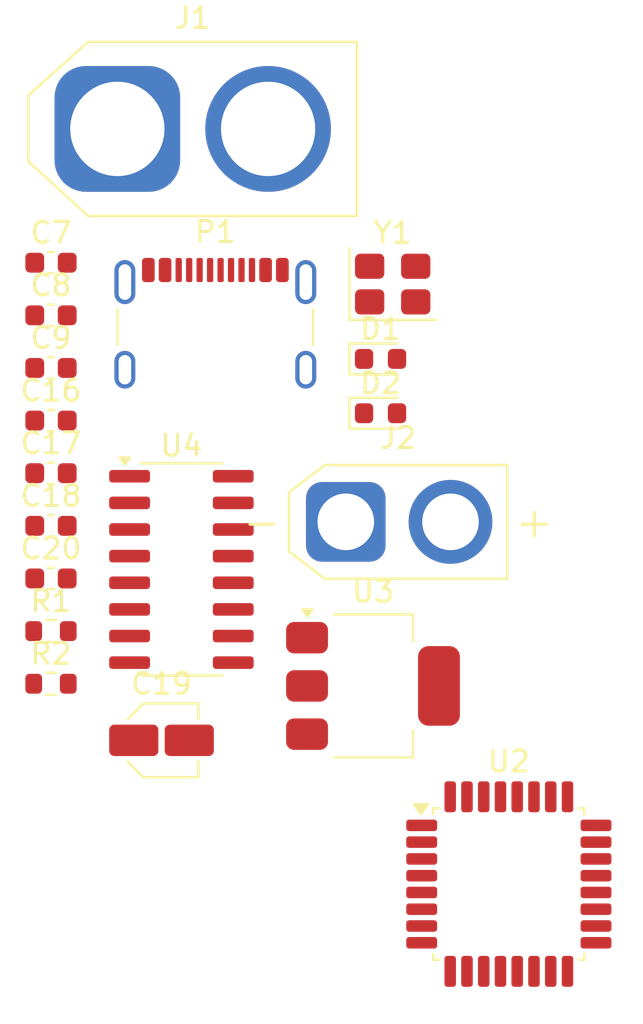
<source format=kicad_pcb>
(kicad_pcb (version 20241229) (generator "pcbnew") (generator_version "9.0")
  (layers (0 "F.Cu" signal) (2 "B.Cu" signal) (13 "F.Paste" user) (15 "B.Paste" user) (5 "F.SilkS" user "F.Silkscreen") (7 "B.SilkS" user "B.Silkscreen") (1 "F.Mask" user) (3 "B.Mask" user) (25 "Edge.Cuts" user))
  (net 0 "")
  (net 1 "GND")
  (net 2 "XTAL1")
  (net 3 "XTAL2")
  (net 4 "VBUS")
  (net 5 "+BATT")
  (net 6 "Net-(D1-A)")
  (net 7 "Net-(D2-A)")
  (net 9 "D+")
  (net 14 "D-")
  (net 15 "LED1")
  (net 25 "PD6")
  (net 26 "PD5")
  (net 53 "Net-(U2-AVCC)")
  (footprint "Capacitor_SMD:C_0603_1608Metric" (layer "F.Cu") (at 106.47 82.605)
    (property "Reference" "C17" (at 0 -1.43 0) (layer "F.SilkS"))
    (property "Value" "100nF")
    (fp_line (start -0.14058 -0.51) (end 0.14058 -0.51) (stroke (width 0.12)) (layer "F.SilkS"))
    (fp_line (start -0.14058 0.51) (end 0.14058 0.51) (stroke (width 0.12)) (layer "F.SilkS"))
    (pad "1" smd roundrect (at -0.775 0) (size 0.9 0.95) (layers "F.Cu" "F.Mask" "F.Paste") (net 4 "VBUS"))
    (pad "2" smd roundrect (at 0.775 0) (size 0.9 0.95) (layers "F.Cu" "F.Mask" "F.Paste") (net 1 "GND"))
  )
  (footprint "Capacitor_SMD:C_0603_1608Metric" (layer "F.Cu") (at 106.47 85.115)
    (property "Reference" "C18" (at 0 -1.43 0) (layer "F.SilkS"))
    (property "Value" "100nF")
    (fp_line (start -0.14058 -0.51) (end 0.14058 -0.51) (stroke (width 0.12)) (layer "F.SilkS"))
    (fp_line (start -0.14058 0.51) (end 0.14058 0.51) (stroke (width 0.12)) (layer "F.SilkS"))
    (pad "1" smd roundrect (at -0.775 0) (size 0.9 0.95) (layers "F.Cu" "F.Mask" "F.Paste") (net 5 "+BATT"))
    (pad "2" smd roundrect (at 0.775 0) (size 0.9 0.95) (layers "F.Cu" "F.Mask" "F.Paste") (net 1 "GND"))
  )
  (footprint "Package_TO_SOT_SMD:SOT-223-3_TabPin2" (layer "F.Cu") (at 121.85 92.75)
    (property "Reference" "U3" (at 0 -4.5 0) (layer "F.SilkS"))
    (property "Value" "LM1117S-5")
    (fp_line (start -1.85 -3.41) (end 1.91 -3.41) (stroke (width 0.12)) (layer "F.SilkS"))
    (fp_line (start -1.85 3.41) (end 1.91 3.41) (stroke (width 0.12)) (layer "F.SilkS"))
    (fp_line (start 1.91 -3.41) (end 1.91 -2.15) (stroke (width 0.12)) (layer "F.SilkS"))
    (fp_line (start 1.91 3.41) (end 1.91 2.15) (stroke (width 0.12)) (layer "F.SilkS"))
    (fp_poly (pts (xy -3.13 -3.31) (xy -3.37 -3.64) (xy -2.89 -3.64) (xy -3.13 -3.31)) (stroke (width 0.12)) (fill yes) (layer "F.SilkS"))
    (pad "1" smd roundrect (at -3.15 -2.3) (size 2 1.5) (layers "F.Cu" "F.Mask" "F.Paste") (net 1 "GND"))
    (pad "2" smd roundrect (at -3.15 0) (size 2 1.5) (layers "F.Cu" "F.Mask" "F.Paste") (net 4 "VBUS"))
    (pad "2" smd roundrect (at 3.15 0) (size 2 3.8) (layers "F.Cu" "F.Mask" "F.Paste") (net 4 "VBUS"))
    (pad "3" smd roundrect (at -3.15 2.3) (size 2 1.5) (layers "F.Cu" "F.Mask" "F.Paste") (net 5 "+BATT"))
  )
  (footprint "Capacitor_SMD:C_0603_1608Metric" (layer "F.Cu") (at 106.47 87.625)
    (property "Reference" "C20" (at 0 -1.43 0) (layer "F.SilkS"))
    (property "Value" "10nF")
    (fp_line (start -0.14058 -0.51) (end 0.14058 -0.51) (stroke (width 0.12)) (layer "F.SilkS"))
    (fp_line (start -0.14058 0.51) (end 0.14058 0.51) (stroke (width 0.12)) (layer "F.SilkS"))
    (pad "1" smd roundrect (at -0.775 0) (size 0.9 0.95) (layers "F.Cu" "F.Mask" "F.Paste") (net 4 "VBUS"))
    (pad "2" smd roundrect (at 0.775 0) (size 0.9 0.95) (layers "F.Cu" "F.Mask" "F.Paste") (net 1 "GND"))
  )
  (footprint "LED_SMD:LED_0603_1608Metric" (layer "F.Cu") (at 122.21 77.155)
    (property "Reference" "D1" (at 0 -1.43 0) (layer "F.SilkS"))
    (property "Value" "LED")
    (fp_line (start -1.485 -0.735) (end -1.485 0.735) (stroke (width 0.12)) (layer "F.SilkS"))
    (fp_line (start -1.485 0.735) (end 0.8 0.735) (stroke (width 0.12)) (layer "F.SilkS"))
    (fp_line (start 0.8 -0.735) (end -1.485 -0.735) (stroke (width 0.12)) (layer "F.SilkS"))
    (pad "1" smd roundrect (at -0.7875 0) (size 0.875 0.95) (layers "F.Cu" "F.Mask" "F.Paste") (net 1 "GND"))
    (pad "2" smd roundrect (at 0.7875 0) (size 0.875 0.95) (layers "F.Cu" "F.Mask" "F.Paste") (net 6 "Net-(D1-A)"))
  )
  (footprint "Capacitor_SMD:C_0603_1608Metric" (layer "F.Cu") (at 106.47 80.095)
    (property "Reference" "C16" (at 0 -1.43 0) (layer "F.SilkS"))
    (property "Value" "10nF")
    (fp_line (start -0.14058 -0.51) (end 0.14058 -0.51) (stroke (width 0.12)) (layer "F.SilkS"))
    (fp_line (start -0.14058 0.51) (end 0.14058 0.51) (stroke (width 0.12)) (layer "F.SilkS"))
    (pad "1" smd roundrect (at -0.775 0) (size 0.9 0.95) (layers "F.Cu" "F.Mask" "F.Paste") (net 4 "VBUS"))
    (pad "2" smd roundrect (at 0.775 0) (size 0.9 0.95) (layers "F.Cu" "F.Mask" "F.Paste") (net 1 "GND"))
  )
  (footprint "Connector_AMASS:AMASS_XT60-F_1x02_P7.20mm_Vertical" (layer "F.Cu") (at 109.64 66.185)
    (property "Reference" "J1" (at 3.6 -5.3 180) (layer "F.SilkS"))
    (property "Value" "Conn_01x02")
    (fp_line (start -4.25 -1.6) (end -4.25 1.55) (stroke (width 0.12)) (layer "F.SilkS"))
    (fp_line (start -4.25 1.55) (end -1.4 4.15) (stroke (width 0.12)) (layer "F.SilkS"))
    (fp_line (start -1.4 -4.15) (end -4.25 -1.6) (stroke (width 0.12)) (layer "F.SilkS"))
    (fp_line (start -1.4 4.15) (end 11.45 4.15) (stroke (width 0.12)) (layer "F.SilkS"))
    (fp_line (start 11.45 -4.15) (end -1.4 -4.15) (stroke (width 0.12)) (layer "F.SilkS"))
    (fp_line (start 11.45 4.15) (end 11.45 -4.15) (stroke (width 0.12)) (layer "F.SilkS"))
    (pad "1" thru_hole roundrect (at 0 0) (size 6 6) (drill 4.5) (layers "*.Cu" "*.Mask") (net 5 "+BATT"))
    (pad "2" thru_hole circle (at 7.2 0) (size 6 6) (drill 4.5) (layers "*.Cu" "*.Mask") (net 1 "GND"))
  )
  (footprint "Package_QFP:TQFP-32_7x7mm_P0.8mm" (layer "F.Cu") (at 128.3375 102.2)
    (property "Reference" "U2" (at 0 -5.85 0) (layer "F.SilkS"))
    (property "Value" "ATmega328PB-A")
    (fp_line (start -3.61 -3.61) (end -3.61 -3.335) (stroke (width 0.12)) (layer "F.SilkS"))
    (fp_line (start -3.61 3.61) (end -3.61 3.335) (stroke (width 0.12)) (layer "F.SilkS"))
    (fp_line (start -3.335 -3.61) (end -3.61 -3.61) (stroke (width 0.12)) (layer "F.SilkS"))
    (fp_line (start -3.335 3.61) (end -3.61 3.61) (stroke (width 0.12)) (layer "F.SilkS"))
    (fp_line (start 3.335 -3.61) (end 3.61 -3.61) (stroke (width 0.12)) (layer "F.SilkS"))
    (fp_line (start 3.335 3.61) (end 3.61 3.61) (stroke (width 0.12)) (layer "F.SilkS"))
    (fp_line (start 3.61 -3.61) (end 3.61 -3.335) (stroke (width 0.12)) (layer "F.SilkS"))
    (fp_line (start 3.61 3.61) (end 3.61 3.335) (stroke (width 0.12)) (layer "F.SilkS"))
    (fp_poly (pts (xy -4.2 -3.335) (xy -4.54 -3.805) (xy -3.86 -3.805)) (stroke (width 0.12)) (fill yes) (layer "F.SilkS"))
    (pad "1" smd roundrect (at -4.1625 -2.8) (size 1.475 0.55) (layers "F.Cu" "F.Mask" "F.Paste"))
    (pad "2" smd roundrect (at -4.1625 -2) (size 1.475 0.55) (layers "F.Cu" "F.Mask" "F.Paste"))
    (pad "3" smd roundrect (at -4.1625 -1.2) (size 1.475 0.55) (layers "F.Cu" "F.Mask" "F.Paste"))
    (pad "4" smd roundrect (at -4.1625 -0.4) (size 1.475 0.55) (layers "F.Cu" "F.Mask" "F.Paste") (net 4 "VBUS"))
    (pad "5" smd roundrect (at -4.1625 0.4) (size 1.475 0.55) (layers "F.Cu" "F.Mask" "F.Paste") (net 1 "GND"))
    (pad "6" smd roundrect (at -4.1625 1.2) (size 1.475 0.55) (layers "F.Cu" "F.Mask" "F.Paste"))
    (pad "7" smd roundrect (at -4.1625 2) (size 1.475 0.55) (layers "F.Cu" "F.Mask" "F.Paste") (net 2 "XTAL1"))
    (pad "8" smd roundrect (at -4.1625 2.8) (size 1.475 0.55) (layers "F.Cu" "F.Mask" "F.Paste") (net 3 "XTAL2"))
    (pad "9" smd roundrect (at -2.8 4.1625) (size 0.55 1.475) (layers "F.Cu" "F.Mask" "F.Paste"))
    (pad "10" smd roundrect (at -2 4.1625) (size 0.55 1.475) (layers "F.Cu" "F.Mask" "F.Paste"))
    (pad "11" smd roundrect (at -1.2 4.1625) (size 0.55 1.475) (layers "F.Cu" "F.Mask" "F.Paste"))
    (pad "12" smd roundrect (at -0.4 4.1625) (size 0.55 1.475) (layers "F.Cu" "F.Mask" "F.Paste"))
    (pad "13" smd roundrect (at 0.4 4.1625) (size 0.55 1.475) (layers "F.Cu" "F.Mask" "F.Paste") (net 15 "LED1"))
    (pad "14" smd roundrect (at 1.2 4.1625) (size 0.55 1.475) (layers "F.Cu" "F.Mask" "F.Paste"))
    (pad "15" smd roundrect (at 2 4.1625) (size 0.55 1.475) (layers "F.Cu" "F.Mask" "F.Paste"))
    (pad "16" smd roundrect (at 2.8 4.1625) (size 0.55 1.475) (layers "F.Cu" "F.Mask" "F.Paste"))
    (pad "17" smd roundrect (at 4.1625 2.8) (size 1.475 0.55) (layers "F.Cu" "F.Mask" "F.Paste"))
    (pad "18" smd roundrect (at 4.1625 2) (size 1.475 0.55) (layers "F.Cu" "F.Mask" "F.Paste") (net 53 "Net-(U2-AVCC)"))
    (pad "19" smd roundrect (at 4.1625 1.2) (size 1.475 0.55) (layers "F.Cu" "F.Mask" "F.Paste"))
    (pad "20" smd roundrect (at 4.1625 0.4) (size 1.475 0.55) (layers "F.Cu" "F.Mask" "F.Paste"))
    (pad "21" smd roundrect (at 4.1625 -0.4) (size 1.475 0.55) (layers "F.Cu" "F.Mask" "F.Paste") (net 1 "GND"))
    (pad "22" smd roundrect (at 4.1625 -1.2) (size 1.475 0.55) (layers "F.Cu" "F.Mask" "F.Paste"))
    (pad "23" smd roundrect (at 4.1625 -2) (size 1.475 0.55) (layers "F.Cu" "F.Mask" "F.Paste"))
    (pad "24" smd roundrect (at 4.1625 -2.8) (size 1.475 0.55) (layers "F.Cu" "F.Mask" "F.Paste"))
    (pad "25" smd roundrect (at 2.8 -4.1625) (size 0.55 1.475) (layers "F.Cu" "F.Mask" "F.Paste"))
    (pad "26" smd roundrect (at 2 -4.1625) (size 0.55 1.475) (layers "F.Cu" "F.Mask" "F.Paste"))
    (pad "27" smd roundrect (at 1.2 -4.1625) (size 0.55 1.475) (layers "F.Cu" "F.Mask" "F.Paste"))
    (pad "28" smd roundrect (at 0.4 -4.1625) (size 0.55 1.475) (layers "F.Cu" "F.Mask" "F.Paste"))
    (pad "29" smd roundrect (at -0.4 -4.1625) (size 0.55 1.475) (layers "F.Cu" "F.Mask" "F.Paste"))
    (pad "30" smd roundrect (at -1.2 -4.1625) (size 0.55 1.475) (layers "F.Cu" "F.Mask" "F.Paste"))
    (pad "31" smd roundrect (at -2 -4.1625) (size 0.55 1.475) (layers "F.Cu" "F.Mask" "F.Paste"))
    (pad "32" smd roundrect (at -2.8 -4.1625) (size 0.55 1.475) (layers "F.Cu" "F.Mask" "F.Paste"))
  )
  (footprint "Package_SO:SOIC-16_3.9x9.9mm_P1.27mm" (layer "F.Cu") (at 112.7 87.195)
    (property "Reference" "U4" (at 0 -5.9 0) (layer "F.SilkS"))
    (property "Value" "CH340C")
    (fp_line (start 0 -5.06) (end -1.95 -5.06) (stroke (width 0.12)) (layer "F.SilkS"))
    (fp_line (start 0 -5.06) (end 1.95 -5.06) (stroke (width 0.12)) (layer "F.SilkS"))
    (fp_line (start 0 5.06) (end -1.95 5.06) (stroke (width 0.12)) (layer "F.SilkS"))
    (fp_line (start 0 5.06) (end 1.95 5.06) (stroke (width 0.12)) (layer "F.SilkS"))
    (fp_poly (pts (xy -2.7 -5.005) (xy -2.94 -5.335) (xy -2.46 -5.335)) (stroke (width 0.12)) (fill yes) (layer "F.SilkS"))
    (pad "1" smd roundrect (at -2.475 -4.445) (size 1.95 0.6) (layers "F.Cu" "F.Mask" "F.Paste") (net 1 "GND"))
    (pad "2" smd roundrect (at -2.475 -3.175) (size 1.95 0.6) (layers "F.Cu" "F.Mask" "F.Paste") (net 26 "PD5"))
    (pad "3" smd roundrect (at -2.475 -1.905) (size 1.95 0.6) (layers "F.Cu" "F.Mask" "F.Paste") (net 25 "PD6"))
    (pad "4" smd roundrect (at -2.475 -0.635) (size 1.95 0.6) (layers "F.Cu" "F.Mask" "F.Paste"))
    (pad "5" smd roundrect (at -2.475 0.635) (size 1.95 0.6) (layers "F.Cu" "F.Mask" "F.Paste") (net 9 "D+"))
    (pad "6" smd roundrect (at -2.475 1.905) (size 1.95 0.6) (layers "F.Cu" "F.Mask" "F.Paste") (net 14 "D-"))
    (pad "7" smd roundrect (at -2.475 3.175) (size 1.95 0.6) (layers "F.Cu" "F.Mask" "F.Paste"))
    (pad "8" smd roundrect (at -2.475 4.445) (size 1.95 0.6) (layers "F.Cu" "F.Mask" "F.Paste"))
    (pad "9" smd roundrect (at 2.475 4.445) (size 1.95 0.6) (layers "F.Cu" "F.Mask" "F.Paste"))
    (pad "10" smd roundrect (at 2.475 3.175) (size 1.95 0.6) (layers "F.Cu" "F.Mask" "F.Paste"))
    (pad "11" smd roundrect (at 2.475 1.905) (size 1.95 0.6) (layers "F.Cu" "F.Mask" "F.Paste"))
    (pad "12" smd roundrect (at 2.475 0.635) (size 1.95 0.6) (layers "F.Cu" "F.Mask" "F.Paste"))
    (pad "13" smd roundrect (at 2.475 -0.635) (size 1.95 0.6) (layers "F.Cu" "F.Mask" "F.Paste"))
    (pad "14" smd roundrect (at 2.475 -1.905) (size 1.95 0.6) (layers "F.Cu" "F.Mask" "F.Paste"))
    (pad "15" smd roundrect (at 2.475 -3.175) (size 1.95 0.6) (layers "F.Cu" "F.Mask" "F.Paste"))
    (pad "16" smd roundrect (at 2.475 -4.445) (size 1.95 0.6) (layers "F.Cu" "F.Mask" "F.Paste") (net 4 "VBUS"))
  )
  (footprint "Connector_AMASS:AMASS_XT30U-F_1x02_P5.0mm_Vertical" (layer "F.Cu") (at 120.55 84.925)
    (property "Reference" "J2" (at 2.5 -4 0) (layer "F.SilkS"))
    (property "Value" "Conn_01x02")
    (fp_line (start -2.71 -1.41) (end -2.71 1.41) (stroke (width 0.12)) (layer "F.SilkS"))
    (fp_line (start -2.71 -1.41) (end -1.01 -2.71) (stroke (width 0.12)) (layer "F.SilkS"))
    (fp_line (start -2.71 1.41) (end -1.01 2.71) (stroke (width 0.12)) (layer "F.SilkS"))
    (fp_line (start -1.01 -2.71) (end 7.71 -2.71) (stroke (width 0.12)) (layer "F.SilkS"))
    (fp_line (start -1.01 2.71) (end 7.71 2.71) (stroke (width 0.12)) (layer "F.SilkS"))
    (fp_line (start 7.71 -2.71) (end 7.71 2.71) (stroke (width 0.12)) (layer "F.SilkS"))
    (fp_text user "-" (at -4 0 0) (layer "F.SilkS") (effects (font (size 1.5 1.5))))
    (fp_text user "+" (at 9 0 0) (layer "F.SilkS") (effects (font (size 1.5 1.5))))
    (pad "1" thru_hole roundrect (at 0 0) (size 3.8 3.8) (drill 2.7) (layers "*.Cu" "*.Mask") (roundrect_rratio 0.2) (net 5 "+BATT"))
    (pad "2" thru_hole circle (at 5 0) (size 4 4) (drill 2.7) (layers "*.Cu" "*.Mask") (net 1 "GND"))
  )
  (footprint "Capacitor_SMD:C_Elec_3x5.4" (layer "F.Cu") (at 111.75 95.345)
    (property "Reference" "C19" (at 0 -2.7 0) (layer "F.SilkS"))
    (property "Value" "10pF")
    (fp_line (start -1.620563 -1.01) (end -0.870563 -1.76) (stroke (width 0.12)) (layer "F.SilkS"))
    (fp_line (start -1.620563 1.01) (end -0.870563 1.76) (stroke (width 0.12)) (layer "F.SilkS"))
    (fp_line (start -0.870563 -1.76) (end 1.76 -1.76) (stroke (width 0.12)) (layer "F.SilkS"))
    (fp_line (start -0.870563 1.76) (end 1.76 1.76) (stroke (width 0.12)) (layer "F.SilkS"))
    (fp_line (start 1.76 -1.76) (end 1.76 -1.01) (stroke (width 0.12)) (layer "F.SilkS"))
    (fp_line (start 1.76 1.76) (end 1.76 1.01) (stroke (width 0.12)) (layer "F.SilkS"))
    (pad "1" smd roundrect (at -1.325 0) (size 2.35 1.5) (layers "F.Cu" "F.Mask" "F.Paste") (roundrect_rratio 0.166667) (net 5 "+BATT"))
    (pad "2" smd roundrect (at 1.325 0) (size 2.35 1.5) (layers "F.Cu" "F.Mask" "F.Paste") (roundrect_rratio 0.166667) (net 1 "GND"))
  )
  (footprint "Crystal:Crystal_SMD_3225-4Pin_3.2x2.5mm" (layer "F.Cu") (at 122.79 73.585)
    (property "Reference" "Y1" (at 0 -2.45 0) (layer "F.SilkS"))
    (property "Value" "Crystal_GND24")
    (fp_line (start -2.06 -1.71) (end -2.06 1.71) (stroke (width 0.12)) (layer "F.SilkS"))
    (fp_line (start -2.06 1.71) (end 2.06 1.71) (stroke (width 0.12)) (layer "F.SilkS"))
    (pad "1" smd roundrect (at -1.1 0.85) (size 1.4 1.2) (layers "F.Cu" "F.Mask" "F.Paste") (roundrect_rratio 0.208333) (net 3 "XTAL2"))
    (pad "2" smd roundrect (at 1.1 0.85) (size 1.4 1.2) (layers "F.Cu" "F.Mask" "F.Paste") (roundrect_rratio 0.208333) (net 1 "GND"))
    (pad "3" smd roundrect (at 1.1 -0.85) (size 1.4 1.2) (layers "F.Cu" "F.Mask" "F.Paste") (roundrect_rratio 0.208333) (net 2 "XTAL1"))
    (pad "4" smd roundrect (at -1.1 -0.85) (size 1.4 1.2) (layers "F.Cu" "F.Mask" "F.Paste") (roundrect_rratio 0.208333) (net 1 "GND"))
  )
  (footprint "Connector_USB:USB_C_Receptacle_GCT_USB4105-xx-A_16P_TopMnt_Horizontal" (layer "F.Cu") (at 114.32 76.595)
    (property "Reference" "P1" (at 0 -5.5 0) (layer "F.SilkS"))
    (property "Value" "USB_C_Plug")
    (fp_line (start -4.67 -0.1) (end -4.67 -1.8) (stroke (width 0.12)) (layer "F.SilkS"))
    (fp_line (start 4.67 -0.1) (end 4.67 -1.8) (stroke (width 0.12)) (layer "F.SilkS"))
    (pad "" np_thru_hole circle (at -2.89 -2.605) (size 0.65 0.65) (drill 0.65) (layers "*.Cu" "*.Mask"))
    (pad "" np_thru_hole circle (at 2.89 -2.605) (size 0.65 0.65) (drill 0.65) (layers "*.Cu" "*.Mask"))
    (pad "A1" smd roundrect (at -3.2 -3.68) (size 0.6 1.15) (layers "F.Cu" "F.Mask" "F.Paste") (net 1 "GND"))
    (pad "A4" smd roundrect (at -2.4 -3.68) (size 0.6 1.15) (layers "F.Cu" "F.Mask" "F.Paste") (net 4 "VBUS"))
    (pad "A5" smd roundrect (at -1.25 -3.68) (size 0.3 1.15) (layers "F.Cu" "F.Mask" "F.Paste"))
    (pad "A6" smd roundrect (at -0.25 -3.68) (size 0.3 1.15) (layers "F.Cu" "F.Mask" "F.Paste") (net 9 "D+"))
    (pad "A7" smd roundrect (at 0.25 -3.68) (size 0.3 1.15) (layers "F.Cu" "F.Mask" "F.Paste") (net 14 "D-"))
    (pad "A8" smd roundrect (at 1.25 -3.68) (size 0.3 1.15) (layers "F.Cu" "F.Mask" "F.Paste"))
    (pad "A9" smd roundrect (at 2.4 -3.68) (size 0.6 1.15) (layers "F.Cu" "F.Mask" "F.Paste") (net 4 "VBUS"))
    (pad "A12" smd roundrect (at 3.2 -3.68) (size 0.6 1.15) (layers "F.Cu" "F.Mask" "F.Paste") (net 1 "GND"))
    (pad "B1" smd roundrect (at 3.2 -3.68) (size 0.6 1.15) (layers "F.Cu" "F.Mask" "F.Paste") (net 1 "GND"))
    (pad "B4" smd roundrect (at 2.4 -3.68) (size 0.6 1.15) (layers "F.Cu" "F.Mask" "F.Paste") (net 4 "VBUS"))
    (pad "B5" smd roundrect (at 1.75 -3.68) (size 0.3 1.15) (layers "F.Cu" "F.Mask" "F.Paste"))
    (pad "B6" smd roundrect (at 0.75 -3.68) (size 0.3 1.15) (layers "F.Cu" "F.Mask" "F.Paste"))
    (pad "B7" smd roundrect (at -0.75 -3.68) (size 0.3 1.15) (layers "F.Cu" "F.Mask" "F.Paste"))
    (pad "B8" smd roundrect (at -1.75 -3.68) (size 0.3 1.15) (layers "F.Cu" "F.Mask" "F.Paste"))
    (pad "B9" smd roundrect (at -2.4 -3.68) (size 0.6 1.15) (layers "F.Cu" "F.Mask" "F.Paste") (net 4 "VBUS"))
    (pad "B12" smd roundrect (at -3.2 -3.68) (size 0.6 1.15) (layers "F.Cu" "F.Mask" "F.Paste") (net 1 "GND"))
    (pad "S1" thru_hole oval (at -4.32 -3.105) (size 1 2.1) (drill oval 0.6 1.7) (property pad_prop_heatsink) (layers "*.Cu" "*.Mask" "F.Paste"))
    (pad "S1" thru_hole oval (at -4.32 1.075) (size 1 1.8) (drill oval 0.6 1.4) (property pad_prop_heatsink) (layers "*.Cu" "*.Mask" "F.Paste"))
    (pad "S1" thru_hole oval (at 4.32 -3.105) (size 1 2.1) (drill oval 0.6 1.7) (property pad_prop_heatsink) (layers "*.Cu" "*.Mask" "F.Paste"))
    (pad "S1" thru_hole oval (at 4.32 1.075) (size 1 1.8) (drill oval 0.6 1.4) (property pad_prop_heatsink) (layers "*.Cu" "*.Mask" "F.Paste"))
  )
  (footprint "Capacitor_SMD:C_0603_1608Metric" (layer "F.Cu") (at 106.47 72.565)
    (property "Reference" "C7" (at 0 -1.43 0) (layer "F.SilkS"))
    (property "Value" "10pf")
    (fp_line (start -0.14058 -0.51) (end 0.14058 -0.51) (stroke (width 0.12)) (layer "F.SilkS"))
    (fp_line (start -0.14058 0.51) (end 0.14058 0.51) (stroke (width 0.12)) (layer "F.SilkS"))
    (pad "1" smd roundrect (at -0.775 0) (size 0.9 0.95) (layers "F.Cu" "F.Mask" "F.Paste") (net 2 "XTAL1"))
    (pad "2" smd roundrect (at 0.775 0) (size 0.9 0.95) (layers "F.Cu" "F.Mask" "F.Paste") (net 1 "GND"))
  )
  (footprint "Resistor_SMD:R_0603_1608Metric" (layer "F.Cu") (at 106.47 90.135)
    (property "Reference" "R1" (at 0 -1.43 0) (layer "F.SilkS"))
    (property "Value" "1.1K")
    (fp_line (start -0.237258 -0.5225) (end 0.237258 -0.5225) (stroke (width 0.12)) (layer "F.SilkS"))
    (fp_line (start -0.237258 0.5225) (end 0.237258 0.5225) (stroke (width 0.12)) (layer "F.SilkS"))
    (pad "1" smd roundrect (at -0.825 0) (size 0.8 0.95) (layers "F.Cu" "F.Mask" "F.Paste") (net 15 "LED1"))
    (pad "2" smd roundrect (at 0.825 0) (size 0.8 0.95) (layers "F.Cu" "F.Mask" "F.Paste") (net 6 "Net-(D1-A)"))
  )
  (footprint "Resistor_SMD:R_0603_1608Metric" (layer "F.Cu") (at 106.47 92.645)
    (property "Reference" "R2" (at 0 -1.43 0) (layer "F.SilkS"))
    (property "Value" "500")
    (fp_line (start -0.237258 -0.5225) (end 0.237258 -0.5225) (stroke (width 0.12)) (layer "F.SilkS"))
    (fp_line (start -0.237258 0.5225) (end 0.237258 0.5225) (stroke (width 0.12)) (layer "F.SilkS"))
    (pad "1" smd roundrect (at -0.825 0) (size 0.8 0.95) (layers "F.Cu" "F.Mask" "F.Paste") (net 4 "VBUS"))
    (pad "2" smd roundrect (at 0.825 0) (size 0.8 0.95) (layers "F.Cu" "F.Mask" "F.Paste") (net 7 "Net-(D2-A)"))
  )
  (footprint "Capacitor_SMD:C_0603_1608Metric" (layer "F.Cu") (at 106.47 75.075)
    (property "Reference" "C8" (at 0 -1.43 0) (layer "F.SilkS"))
    (property "Value" "10pf")
    (fp_line (start -0.14058 -0.51) (end 0.14058 -0.51) (stroke (width 0.12)) (layer "F.SilkS"))
    (fp_line (start -0.14058 0.51) (end 0.14058 0.51) (stroke (width 0.12)) (layer "F.SilkS"))
    (pad "1" smd roundrect (at -0.775 0) (size 0.9 0.95) (layers "F.Cu" "F.Mask" "F.Paste") (net 3 "XTAL2"))
    (pad "2" smd roundrect (at 0.775 0) (size 0.9 0.95) (layers "F.Cu" "F.Mask" "F.Paste") (net 1 "GND"))
  )
  (footprint "LED_SMD:LED_0603_1608Metric" (layer "F.Cu") (at 122.21 79.745)
    (property "Reference" "D2" (at 0 -1.43 0) (layer "F.SilkS"))
    (property "Value" "LED")
    (fp_line (start -1.485 -0.735) (end -1.485 0.735) (stroke (width 0.12)) (layer "F.SilkS"))
    (fp_line (start -1.485 0.735) (end 0.8 0.735) (stroke (width 0.12)) (layer "F.SilkS"))
    (fp_line (start 0.8 -0.735) (end -1.485 -0.735) (stroke (width 0.12)) (layer "F.SilkS"))
    (pad "1" smd roundrect (at -0.7875 0) (size 0.875 0.95) (layers "F.Cu" "F.Mask" "F.Paste") (net 1 "GND"))
    (pad "2" smd roundrect (at 0.7875 0) (size 0.875 0.95) (layers "F.Cu" "F.Mask" "F.Paste") (net 7 "Net-(D2-A)"))
  )
  (footprint "Capacitor_SMD:C_0603_1608Metric" (layer "F.Cu") (at 106.47 77.585)
    (property "Reference" "C9" (at 0 -1.43 0) (layer "F.SilkS"))
    (property "Value" "100nF")
    (fp_line (start -0.14058 -0.51) (end 0.14058 -0.51) (stroke (width 0.12)) (layer "F.SilkS"))
    (fp_line (start -0.14058 0.51) (end 0.14058 0.51) (stroke (width 0.12)) (layer "F.SilkS"))
    (pad "1" smd roundrect (at -0.775 0) (size 0.9 0.95) (layers "F.Cu" "F.Mask" "F.Paste") (net 4 "VBUS"))
    (pad "2" smd roundrect (at 0.775 0) (size 0.9 0.95) (layers "F.Cu" "F.Mask" "F.Paste") (net 1 "GND"))
  )
)
</source>
